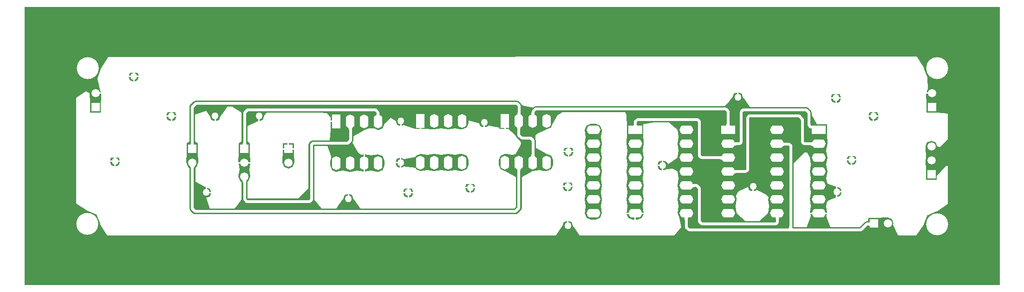
<source format=gbr>
%FSDAX33Y33*%
%MOMM*%
%SFA1B1*%

%IPPOS*%
%AMD1002*
%
%ADD22C,0.499999*%
%ADD24C,1.500000*%
%ADD25R,1.500000X1.500000*%
%ADD26O,1.599999X2.500000*%
%ADD27R,1.599999X2.500000*%
%ADD28O,2.500000X1.599999*%
%ADD29R,2.500000X1.599999*%
%ADD30C,1.270000*%
%ADD31C,4.000000*%
%LNfilm3-1*%
%LPD*%
G36*
X177800Y050800D02*
X000000D01*
Y000000*
X177800*
Y050800*
G37*
%LNfilm3-2*%
%LPC*%
G36*
X138949Y010282D02*
X139700Y009782D01*
X140449Y010282*
X140354Y010287*
X140269Y010302*
X140194Y010327*
X140129Y010362*
X140074Y010407*
X140029Y010462*
X139994Y010527*
X139969Y010602*
X139954Y010687*
X139949Y010782*
X139449*
X139444Y010687*
X139429Y010602*
X139404Y010527*
X139369Y010462*
X139324Y010407*
X139269Y010362*
X139204Y010327*
X139129Y010302*
X139044Y010287*
X138949Y010282*
G37*
G36*
X138905Y025988D02*
X138785Y025990D01*
X138584Y026010*
X138503Y026027*
X138435Y026050*
X138381Y026077*
X138339Y026109*
X138311Y026146*
X138295Y026188*
X138293Y026236*
X138207Y025239*
X138218Y025287*
X138241Y025329*
X138276Y025366*
X138324Y025398*
X138384Y025426*
X138457Y025448*
X138542Y025465*
X138640Y025478*
X138750Y025485*
X138873Y025488*
X138905Y025988*
G37*
G36*
X120904Y011789D02*
X120906Y011885D01*
X120914Y011972*
X120926Y012048*
X120944Y012114*
X120966Y012170*
X120994Y012216*
X121026Y012251*
X121064Y012277*
X121106Y012292*
X121154Y012297*
X120154*
X120202Y012292*
X120244Y012277*
X120282Y012251*
X120314Y012216*
X120341Y012170*
X120364Y012114*
X120381Y012048*
X120394Y011972*
X120401Y011885*
X120404Y011789*
X120904*
G37*
G36*
X153656Y010912D02*
X153744Y010910D01*
X153823Y010904*
X153892Y010893*
X153952Y010878*
X154003Y010859*
X154045Y010836*
X154077Y010809*
X154101Y010777*
X154114Y010742*
X154119Y010702*
Y011622*
X154114Y011582*
X154101Y011546*
X154077Y011515*
X154045Y011488*
X154003Y011464*
X153952Y011446*
X153892Y011431*
X153823Y011420*
X153744Y011414*
X153656Y011412*
Y010912*
G37*
G36*
X128019Y029627D02*
X128017Y029531D01*
X128009Y029446*
X127997Y029370*
X127979Y029305*
X127957Y029249*
X127929Y029204*
X127897Y029169*
X127859Y029144*
X127817Y029129*
X127770Y029124*
X128769*
X128722Y029129*
X128679Y029144*
X128642Y029169*
X128609Y029204*
X128582Y029249*
X128559Y029305*
X128542Y029370*
X128529Y029446*
X128522Y029531*
X128519Y029627*
X128019*
G37*
G36*
X092462Y031625D02*
X092461Y031540D01*
X092444Y031341*
X092434Y031292*
X092421Y031252*
X092407Y031222*
X092390Y031200*
X092370Y031188*
X092349Y031184*
X093075Y031153*
X093054Y031158*
X093034Y031173*
X093017Y031197*
X093003Y031231*
X092990Y031273*
X092980Y031325*
X092972Y031386*
X092963Y031536*
X092962Y031625*
X092462*
G37*
G36*
X039881Y026138D02*
X039879Y026043D01*
X039871Y025957*
X039859Y025882*
X039841Y025816*
X039819Y025761*
X039791Y025716*
X039759Y025681*
X039721Y025656*
X039679Y025640*
X039632Y025635*
X040631*
X040584Y025640*
X040541Y025656*
X040504Y025681*
X040471Y025716*
X040444Y025761*
X040421Y025816*
X040404Y025882*
X040391Y025957*
X040384Y026043*
X040381Y026138*
X039881*
G37*
G36*
X064225Y031536D02*
X064224Y031442D01*
X064213Y031284*
X064203Y031220*
X064191Y031165*
X064176Y031121*
X064159Y031086*
X064139Y031061*
X064116Y031046*
X064090Y031041*
X064860Y031047*
X064834Y031052*
X064811Y031066*
X064791Y031091*
X064773Y031125*
X064759Y031169*
X064747Y031223*
X064737Y031286*
X064730Y031360*
X064725Y031536*
X064225*
G37*
G36*
X111128Y029627D02*
X111126Y029531D01*
X111118Y029446*
X111106Y029370*
X111088Y029305*
X111066Y029249*
X111038Y029204*
X111006Y029169*
X110968Y029144*
X110926Y029129*
X110879Y029124*
X111878*
X111831Y029129*
X111788Y029144*
X111751Y029169*
X111718Y029204*
X111691Y029249*
X111668Y029305*
X111651Y029370*
X111638Y029446*
X111631Y029531*
X111628Y029627*
X111128*
G37*
G36*
X126567Y023000D02*
X126688Y022997D01*
X126893Y022977*
X126976Y022960*
X127046Y022938*
X127103Y022910*
X127148Y022878*
X127180Y022841*
X127199Y022799*
X127206Y022752*
Y023748*
X127199Y023701*
X127180Y023659*
X127148Y023621*
X127103Y023589*
X127046Y023562*
X126976Y023539*
X126893Y023522*
X126797Y023510*
X126688Y023502*
X126567Y023500*
Y023000*
G37*
G36*
X090393Y020686D02*
X090395Y020807D01*
X090415Y021011*
X090432Y021094*
X090455Y021165*
X090482Y021222*
X090514Y021267*
X090551Y021299*
X090593Y021318*
X090641Y021324*
X089644*
X089692Y021318*
X089734Y021299*
X089771Y021267*
X089803Y021222*
X089830Y021165*
X089853Y021094*
X089870Y021011*
X089883Y020915*
X089890Y020807*
X089893Y020686*
X090393*
G37*
G36*
X030873Y021194D02*
X030876Y021264D01*
X030884Y021332*
X030898Y021398*
X030917Y021463*
X030942Y021526*
X030972Y021587*
X031008Y021647*
X031049Y021705*
X031096Y021761*
X031148Y021816*
X030098*
X030150Y021761*
X030197Y021705*
X030238Y021647*
X030274Y021587*
X030304Y021526*
X030329Y021463*
X030348Y021398*
X030362Y021332*
X030370Y021264*
X030373Y021194*
X030873*
G37*
G36*
X040381Y018662D02*
X040384Y018732D01*
X040392Y018800*
X040406Y018866*
X040424Y018931*
X040449Y018995*
X040478Y019057*
X040513Y019118*
X040553Y019177*
X040599Y019235*
X040650Y019291*
X039601Y019261*
X039654Y019208*
X039702Y019153*
X039744Y019097*
X039780Y019038*
X039811Y018977*
X039837Y018915*
X039856Y018851*
X039870Y018785*
X039879Y018717*
X039881Y018647*
X040381Y018662*
G37*
G36*
X059685Y028203D02*
X059688Y028325D01*
X059708Y028532*
X059725Y028617*
X059748Y028689*
X059775Y028748*
X059807Y028795*
X059844Y028829*
X059886Y028851*
X059934Y028860*
X058937Y028802*
X058985Y028799*
X059027Y028782*
X059064Y028753*
X059096Y028710*
X059123Y028655*
X059146Y028586*
X059163Y028504*
X059176Y028410*
X059183Y028302*
X059185Y028182*
X059685Y028203*
G37*
G36*
X143098Y025530D02*
X143219Y025528D01*
X143424Y025508*
X143508Y025491*
X143578Y025468*
X143636Y025441*
X143682Y025409*
X143714Y025372*
X143734Y025330*
X143741Y025282*
X143726Y026279*
X143720Y026231*
X143702Y026189*
X143670Y026152*
X143626Y026120*
X143569Y026093*
X143500Y026070*
X143417Y026053*
X143321Y026040*
X143213Y026033*
X143092Y026030*
X143098Y025530*
G37*
G36*
X129981Y020960D02*
X129859Y020962D01*
X129655Y020982*
X129572Y020999*
X129502Y021022*
X129444Y021049*
X129400Y021081*
X129368Y021119*
X129349Y021161*
X129342Y021208*
Y020212*
X129349Y020259*
X129368Y020301*
X129400Y020338*
X129444Y020370*
X129502Y020398*
X129572Y020420*
X129655Y020437*
X129751Y020450*
X129859Y020457*
X129981Y020460*
Y020960*
G37*
G36*
X137536Y011789D02*
X137539Y011887D01*
X137546Y011974*
X137559Y012052*
X137576Y012119*
X137599Y012176*
X137626Y012222*
X137659Y012259*
X137696Y012285*
X137739Y012301*
X137786Y012307*
X136787Y012292*
X136834Y012288*
X136876Y012273*
X136914Y012248*
X136946Y012213*
X136974Y012168*
X136996Y012113*
X137014Y012047*
X137026Y011971*
X137034Y011885*
X137036Y011789*
X137536*
G37*
G36*
X122364Y018410D02*
X122243Y018413D01*
X122039Y018433*
X121956Y018450*
X121886Y018473*
X121829Y018500*
X121785Y018532*
X121754Y018569*
X121735Y018611*
X121730Y018659*
X121715Y017662*
X121722Y017710*
X121741Y017752*
X121774Y017789*
X121819Y017821*
X121877Y017848*
X121948Y017871*
X122031Y017888*
X122128Y017901*
X122236Y017908*
X122358Y017910*
X122364Y018410*
G37*
G36*
X143294Y028630D02*
X143558Y028619D01*
X143555Y029127*
X143294Y029130*
Y028630*
G37*
G36*
X129981Y026040D02*
X129859Y026042D01*
X129655Y026062*
X129572Y026079*
X129502Y026102*
X129444Y026129*
X129400Y026161*
X129368Y026199*
X129349Y026241*
X129342Y026288*
Y025292*
X129349Y025339*
X129368Y025381*
X129400Y025418*
X129444Y025450*
X129502Y025478*
X129572Y025500*
X129655Y025517*
X129751Y025530*
X129859Y025537*
X129981Y025540*
Y026040*
G37*
G36*
X090393Y028306D02*
X090395Y028427D01*
X090415Y028631*
X090432Y028714*
X090455Y028785*
X090482Y028842*
X090514Y028887*
X090551Y028919*
X090593Y028938*
X090641Y028944*
X089644*
X089692Y028938*
X089734Y028919*
X089771Y028887*
X089803Y028842*
X089830Y028785*
X089853Y028714*
X089870Y028631*
X089883Y028535*
X089890Y028427*
X089893Y028306*
X090393*
G37*
G36*
X089919Y031728D02*
X089917Y031607D01*
X089897Y031404*
X089880Y031323*
X089857Y031254*
X089830Y031198*
X089798Y031155*
X089761Y031124*
X089719Y031107*
X089671Y031103*
X090668Y031059*
X090620Y031067*
X090578Y031088*
X090541Y031122*
X090509Y031168*
X090482Y031227*
X090459Y031299*
X090442Y031383*
X090429Y031480*
X090422Y031589*
X090419Y031711*
X089919Y031728*
G37*
G36*
X092459Y024108D02*
X092457Y023987D01*
X092437Y023784*
X092420Y023703*
X092397Y023634*
X092370Y023578*
X092338Y023535*
X092301Y023504*
X092259Y023487*
X092211Y023483*
X093208Y023439*
X093160Y023447*
X093118Y023468*
X093081Y023502*
X093049Y023548*
X093022Y023607*
X092999Y023679*
X092982Y023763*
X092969Y023860*
X092962Y023969*
X092959Y024091*
X092459Y024108*
G37*
G36*
X030356Y026138D02*
X030354Y026043D01*
X030346Y025957*
X030334Y025882*
X030316Y025816*
X030294Y025761*
X030266Y025716*
X030234Y025681*
X030196Y025656*
X030154Y025640*
X030107Y025635*
X031106*
X031059Y025640*
X031016Y025656*
X030979Y025681*
X030946Y025716*
X030919Y025761*
X030896Y025816*
X030879Y025882*
X030866Y025957*
X030859Y026043*
X030856Y026138*
X030356*
G37*
G36*
X015317Y041660D02*
X013981Y039659D01*
X013996Y039624*
X013926Y039453*
X013312Y037707*
X013386Y037244*
X013876Y035447*
X013988Y035179*
X012954*
Y034925*
X014035*
X013990Y033931*
X013957Y033204*
Y032216*
Y031507*
X011949*
Y032216*
Y033204*
X011867Y035051*
X011208Y035429*
X009398Y034182*
Y014938*
X011397Y013602*
X011430Y013615*
X011552Y013564*
X013155Y012901*
X013869Y011176*
X013803Y011016*
X015140Y009017*
X096864*
X097947Y010578*
X098097Y010795*
X098379Y011475*
X098933Y011704*
Y010795*
X099187*
Y011704*
X099740Y011475*
X100022Y010794*
X100172Y010578*
X101255Y009017*
X118473*
X119795Y010579*
X119436Y012266*
X119397Y012283*
X119063Y013090*
X119260Y014360*
X119063Y015630*
X119260Y016900*
X119063Y018170*
X119260Y019440*
X119260Y019440*
X119260Y019440*
X119249Y019369*
X119236Y019596*
X119063Y020710*
X118408Y021192*
X118148Y021265*
X117066Y021168*
X116459Y020931*
Y021844*
Y022753*
X117012Y022524*
X117424Y022112*
X119005Y023210*
X119085Y023394*
X119260Y024520*
X119063Y025790*
X119260Y027060*
X119063Y028330*
X117458Y029680*
X114725*
X112847Y029384*
Y029246*
Y028659*
Y027637*
X112934Y025790*
X112737Y024520*
X112934Y023250*
X112737Y021980*
X112934Y020710*
X112737Y019440*
X112934Y018170*
X112737Y016900*
X112934Y015630*
X112737Y014360*
X112837Y013716*
X112914Y013217*
X109772*
X109817Y013503*
X109950Y014360*
X109752Y015630*
X109950Y016900*
X109752Y018170*
X109950Y019440*
X109752Y020710*
X109950Y021980*
X109752Y023250*
X109950Y024520*
X109752Y025790*
X109839Y027637*
X109839Y028494*
Y029384*
X109839*
X109807Y030676*
X109796Y031087*
X109485Y031585*
X107431*
X106614*
X101114*
X098063*
X097124Y030965*
X096973Y030676*
X096264Y029322*
X096029Y028756*
X095223Y028422*
X093625Y027694*
X093206Y027352*
X093205Y027346*
X093189Y026574*
X093255Y026416*
Y025102*
X094748Y024253*
X095223Y023983*
Y023983*
X095689Y023790*
X096029Y023649*
X096363Y022843*
Y022265*
Y021942*
X096029Y021136*
X095223Y020802*
Y020802*
X094809Y020866*
X093953Y020999*
X092683Y020802*
X090688Y019710*
Y014439*
Y014069*
X090528Y013684*
X089920Y013076*
X089535Y012916*
X089148*
X052503*
X052330*
X040187*
X040014*
X031648*
X031390*
X031114*
X030729Y013076*
X030237Y013567*
X030078Y013953*
X030078*
X030078Y014216*
X030078*
X030078Y014486*
Y020982*
Y021344*
X030070Y021370*
X029855Y021583*
X029536Y022352*
X029619Y024199*
X029619Y024824*
X029619Y025895*
X030061Y026221*
Y026371*
Y032123*
Y032512*
X030221Y032897*
X030856Y033532*
X031241Y033692*
X031648*
X089668*
X089789*
X090174Y033532*
X090555Y033151*
X090643Y032940*
X090957Y032767*
X091281Y032662*
X092715Y032400*
X092832Y032516*
X093217Y032676*
X093721*
X096086*
X096446*
X097609*
X099587*
X108051*
X108792*
X110473*
X111064*
X111530*
X122911*
X127687*
X128514Y033520*
X128931Y034082*
X129081Y034283*
X129094Y034310*
X129367Y034970*
X129921Y035199*
Y034290*
X130175*
Y035199*
X130728Y034970*
X131010Y034290*
X131163Y034080*
X132281Y032549*
X141983*
X142200*
X142494*
X142879Y032389*
X143387Y031881*
X143547Y031496*
Y031050*
X144509Y029384*
X144787*
X146306*
Y028659*
Y027637*
X146393Y025790*
X146196Y024520*
X146393Y023250*
X146196Y021980*
X146393Y020710*
X146196Y019440*
X146304Y018740*
X146630Y018431*
X147556Y018143*
X147955Y018019*
Y017018*
Y016001*
X147795Y015934*
X147538Y015825*
X146498Y015384*
X146326Y015203*
X146196Y014360*
X146373Y013217*
X143231*
X143408Y014360*
X143211Y015630*
X143408Y016900*
X143211Y018170*
X143408Y019440*
X143211Y020710*
X143408Y021980*
X143211Y023250*
X142702Y024203*
X142194Y024210*
X140245Y022298*
Y010773*
Y010657*
X140280Y010613*
X140324Y010578*
X142637*
X143423Y012578*
X143264Y012963*
X146340*
X146181Y012578*
X146967Y010578*
X152143*
X152301*
X152551Y010829*
X153270Y011548*
X153656Y011707*
X153792*
X153859Y012280*
X154617*
X155555*
X156943Y012342*
X157403Y012362*
X157403*
X158171Y012044*
X158490Y011276*
X158382Y011016*
X159294Y009017*
X162607*
X163943Y011016*
X163930Y011049*
X164644Y012774*
X164767Y012824*
X166247Y013437*
X166370Y013488*
X166400Y013476*
X168400Y014812*
Y021783*
X167982Y021792*
X166364Y019905*
X166357Y019828*
Y019188*
X164349*
Y019897*
Y020885*
X164267Y022733*
X164342Y023214*
X164359Y023325*
X164278Y025200*
X164267Y025273*
X164585Y026041*
X165353Y026359*
X166122Y026041*
X166440Y025273*
X166903Y025216*
X168400Y026543*
Y031303*
X166484Y031507*
X166400*
X164476*
Y032216*
Y033204*
X164399Y034925*
X165481*
Y035179*
X164446*
X164712Y035820*
X164645Y037886*
X164624Y037948*
X163930Y039624*
X163994Y039779*
X162657Y041778*
X015317Y041660*
G37*
G36*
X132715Y017124D02*
X132161Y017353D01*
X131961Y017835*
X131816Y017883*
X130172Y017131*
X130066Y017015*
X129758Y016320*
X129865Y015630*
X129668Y014360*
X129865Y013090*
X131463Y011721*
X133993*
X135591Y013090*
X135788Y014360*
X135591Y015630*
X135651Y016019*
X135290Y016508*
X133522Y017353*
X132969Y017124*
Y018034*
X132715*
Y017124*
G37*
G36*
X037030Y032601D02*
X035912Y031070D01*
X035759Y030861*
X035477Y030180*
X034923Y029951*
Y030861*
X034669*
Y029951*
X034116Y030180*
X034116*
X033834Y030860*
X033681Y031070*
X033152Y031795*
X031152Y031142*
Y026374*
Y026213*
X031627Y025895*
Y024920*
Y024199*
X031710Y022352*
X031392Y021583*
X031176Y021370*
X031169Y021344*
Y020998*
Y018887*
X032890Y017987*
X033020Y017919*
Y016891*
X033147*
Y016764*
X034056*
X033827Y016210*
X033147Y015928*
X033788Y014007*
X038254*
X038537Y014240*
X039586Y015621*
Y015791*
Y018430*
Y018795*
X039580Y018815*
X039341Y019043*
X039023Y019812*
X039220Y021082*
X039043Y022224*
X040110*
X041177*
X040999Y021082*
X041197Y019812*
X040878Y019043*
X040687Y018847*
X040685Y018844*
X040677Y018815*
Y018470*
Y016124*
Y015846*
X040712Y015811*
X040957*
X049880*
X051778Y017716*
Y025615*
X051938Y026000*
X052231Y026293*
X052616Y026453*
X055668*
X055806Y028396*
Y028453*
Y029458*
Y029773*
X056860*
Y030027*
X055806*
Y030549*
X055141Y031422*
X053829Y031458*
X044178*
X043759Y030861*
X043477Y030180*
X042923Y029951*
Y030861*
X042669*
Y029944*
X040677Y029006*
Y026221*
X041114Y025895*
Y024822*
Y024199*
X041191Y022478*
X040110*
X039029*
X039106Y024199*
Y024866*
Y025895*
X039586Y026212*
Y026407*
Y031097*
Y031496*
X037879Y032601*
X037030*
G37*
G36*
X065621Y029450D02*
X065287Y028643D01*
X064480Y028309*
X064014Y028502*
X064014*
X063674Y028643*
X062747*
X062525Y028551*
X061940Y028309*
X059981Y027182*
Y026416*
X059821Y026030*
X060791Y024249*
X061396Y023786*
X061813Y023851*
Y022280*
Y020708*
X060670Y020886*
X059400Y020689*
X058130Y020886*
X057487Y020786*
X056860Y020689*
X056860*
X056241Y020945*
X056054Y021023*
X055720Y021830*
Y022730*
Y022730*
X055895Y023154*
X055915Y023549*
X055266Y025362*
X055266Y025362*
X053119*
X052869*
Y025115*
Y015766*
Y015559*
X054033Y014155*
X054226Y014007*
X056821*
X057939Y015538*
X058092Y015748*
X058374Y016428*
X058928Y016657*
Y015748*
X059182*
Y016657*
X059735Y016428*
X060017Y015748*
X060170Y015538*
X061288Y014007*
X089013*
X089309*
X089597Y014295*
Y014595*
Y019710*
X088080Y020540*
X087603Y020802*
X087602*
X087136Y020995*
X086796Y021136*
X086462Y021942*
Y022520*
Y022843*
X086796Y023649*
X087602Y023983*
X087603Y023983*
X088016Y023919*
X088873Y023786*
X089513Y023886*
X090455Y025585*
X090522Y025929*
X090395Y026368*
X090292Y026411*
X089757Y026946*
X089750Y026962*
X089339Y027543*
X088161Y028508*
X087730*
Y030012*
X087476*
Y028508*
X087438*
X086549*
Y028757*
X086006Y028865*
X085159Y029033*
X084586Y029147*
X084500Y029037*
X083947Y028808*
Y029718*
X083693*
Y028808*
X083139Y029037*
X082939Y029520*
X081009Y030085*
X080972Y029876*
Y029562*
X080638Y028756*
X080638*
X079831Y028422*
Y028422*
X079418Y028486*
X078561Y028619*
X077291Y028422*
X076021Y028619*
X074751Y028422*
X072903Y028508*
X072338*
Y030012*
X072084*
Y028508*
X072047*
X071157*
X069440Y029100*
X069157Y029197*
X068757Y029032*
Y029941*
X068503*
Y029032*
X067950Y029261*
X067668Y029941*
Y029941*
X066777Y030577*
X065621Y029450*
G37*
%LNfilm3-3*%
%LPD*%
G36*
X149887Y022733D02*
X150669D01*
Y021951*
X150116Y022180*
X149887Y022733*
G37*
G36*
X116205Y022753D02*
Y021971D01*
X115422*
X115651Y022524*
X116205Y022753*
G37*
G36*
X015600Y022479D02*
X016383D01*
Y021696*
X015829Y021925*
X015600Y022479*
G37*
G36*
X150923Y022733D02*
X151706D01*
X151477Y022180*
X150923Y021951*
Y022733*
G37*
G36*
X017190Y023286D02*
X017419Y022733D01*
X016637*
Y023286*
X017190*
G37*
G36*
X150669Y023541D02*
Y022987D01*
X149887*
X150116Y023541*
X150669*
G37*
G36*
X099314Y024257D02*
X100096D01*
X099867Y023703*
X099314Y023474*
Y024257*
G37*
G36*
X016383Y023286D02*
Y022733D01*
X015600*
X015829Y023286*
X016383Y023286*
G37*
G36*
X151477Y023541D02*
X151706Y022987D01*
X150923*
Y023541*
X151477*
G37*
G36*
X016637Y022479D02*
X017419D01*
X017190Y021925*
X016637Y021696*
Y022479*
G37*
G36*
X148209Y016891D02*
X148991D01*
X148762Y016337*
X148209Y016108*
Y016891*
G37*
G36*
X099187Y017907D02*
X099969D01*
X099740Y017353*
X099187Y017124*
Y017907*
G37*
G36*
X111470Y012963D02*
X112882D01*
X112741Y012624*
X112600Y012283*
X111793Y011949*
X111470*
Y012963*
G37*
G36*
X109805D02*
X111216D01*
Y011949*
X111216*
X110893*
X110087Y012283*
X109805Y012963*
G37*
G36*
X098150Y017907D02*
X098933D01*
Y017124*
X098379Y017353*
X098150Y017907*
G37*
G36*
X098933Y018714D02*
Y018161D01*
X098150*
X098379Y018714*
X098933Y018714*
G37*
G36*
X115422Y021717D02*
X116205D01*
Y020934*
X115651Y021163*
X115422Y021717*
G37*
G36*
X148209Y017927D02*
X148762Y017698D01*
X148991Y017145*
X148209*
Y017927*
G37*
G36*
X099740Y018714D02*
X099969Y018161D01*
X099187*
Y018714*
X099740*
G37*
G36*
X098277Y024257D02*
X099060D01*
Y023474*
X098506Y023703*
X098277Y024257*
G37*
G36*
X147045Y034036D02*
X147828D01*
Y033253*
X147274Y033482*
X147045Y034036*
G37*
G36*
X148635Y034843D02*
X148864Y034290D01*
X148082*
Y034843*
X148635*
G37*
G36*
X026670Y031541D02*
Y030988D01*
X025887*
X026116Y031541*
X026670Y031541*
G37*
G36*
X148082Y034036D02*
X148864D01*
X148635Y033482*
X148082Y033253*
Y034036*
G37*
G36*
X147828Y034843D02*
Y034290D01*
X147045*
X147274Y034843*
X147828Y034843*
G37*
G36*
X020619Y038780D02*
X020848Y038227D01*
X020066*
Y038780*
X020619*
G37*
G36*
X019812D02*
Y038227D01*
X019029*
X019258Y038780*
X019812Y038780*
G37*
G36*
X020066Y037973D02*
X020848D01*
X020619Y037419*
X020066Y037190*
Y037973*
G37*
G36*
X019029D02*
X019812D01*
Y037190*
X019258Y037419*
X019029Y037973*
G37*
G36*
X027477Y031541D02*
X027706Y030988D01*
X026924*
Y031541*
X027477*
G37*
G36*
X103273Y029471D02*
X103723D01*
X104173*
X104980Y029136*
X105314Y028330*
X105250Y027917*
X105117Y027060*
X105314Y025790*
X105117Y024520*
X105314Y023250*
X105117Y021980*
X105314Y020710*
X105117Y019440*
X105314Y018170*
X105117Y016900*
X105314Y015630*
X105117Y014360*
X105217Y013716*
X105314Y013090*
X105121Y012624*
X104980Y012283*
X104173Y011949*
X103596*
X103273*
X102467Y012283*
X102132Y013090*
X102132Y013090*
X102197Y013503*
X102330Y014360*
X102132Y015630*
X102330Y016900*
X102132Y018170*
X102330Y019440*
X102132Y020710*
X102330Y021980*
X102132Y023250*
X102330Y024520*
X102132Y025790*
X102330Y027060*
X102230Y027703*
X102132Y028330*
X102132*
X102326Y028796*
X102467Y029136*
X103273Y029471*
G37*
G36*
X154923Y030734D02*
X155706D01*
X155477Y030180*
X154923Y029951*
Y030734*
G37*
G36*
X099867Y025064D02*
X100096Y024511D01*
X099314*
Y025064*
X099867*
G37*
G36*
X099060D02*
Y024511D01*
X098277*
X098506Y025064*
X099060Y025064*
G37*
G36*
X026924Y030734D02*
X027706D01*
X027477Y030180*
X026924Y029951*
Y030734*
G37*
G36*
X155477Y031541D02*
X155706Y030988D01*
X154923*
Y031541*
X155477*
G37*
G36*
X154669D02*
Y030988D01*
X153887*
X154116Y031541*
X154669Y031541*
G37*
G36*
X153887Y030734D02*
X154669D01*
Y029951*
X154116Y030180*
X153887Y030734*
G37*
G36*
X025887D02*
X026670D01*
Y029951*
X026116Y030180*
X025887Y030734*
G37*
G36*
X047126Y024764D02*
X048130D01*
X049134*
Y024199*
X049166Y023472*
X049196Y022812*
X049217Y022351*
X048898Y021583*
X048130Y021265*
X047361Y021583*
X047043Y022351*
X047064Y022812*
X047126Y024199*
Y024764*
G37*
G36*
X033274Y017800D02*
X033827Y017571D01*
X034056Y017018*
X033274*
Y017800*
G37*
G36*
X047126Y025895D02*
X048003D01*
Y025018*
X047126*
Y025187*
Y025895*
G37*
G36*
X048257D02*
X049134D01*
Y025187*
Y025018*
X048257*
Y025895*
G37*
G36*
X080370Y017653D02*
X081153D01*
Y016870*
X080599Y017099*
X080370Y017653*
G37*
G36*
X070657Y017571D02*
X070886Y017018D01*
X070104*
Y017571*
X070657*
G37*
G36*
X069850D02*
Y017018D01*
X069067*
X069296Y017571*
X069850Y017571*
G37*
G36*
X070104Y016764D02*
X070886D01*
X070657Y016210*
X070104Y015981*
Y016764*
G37*
G36*
X069067D02*
X069850D01*
Y015981*
X069296Y016210*
X069067Y016764*
G37*
G36*
X081407Y017653D02*
X082189D01*
X081960Y017099*
X081407Y016870*
Y017653*
G37*
G36*
X079831Y023983D02*
Y023983D01*
X080297Y023790*
X080638Y023649*
X080972Y022843*
Y022265*
Y021942*
X080638Y021136*
X080638*
X079831Y020802*
Y020802*
X079418Y020866*
X078561Y020999*
X077291Y020802*
X076021Y020999*
X074751Y020802*
X073481Y020999*
X072211Y020802*
X071404Y021136*
X071404*
X071304Y021379*
X069727Y021604*
X069316Y021663*
X069194Y021644*
X068707Y021442*
Y022352*
Y023261*
X069165Y023071*
X069358Y023048*
X069701Y023104*
X071287Y023365*
X071404Y023649*
X071404*
X072211Y023983*
X073481Y023786*
X074751Y023983*
X076021Y023786*
X077291Y023983*
X078561Y023786*
X079418Y023919*
X079831Y023983*
G37*
G36*
X067670Y022225D02*
X068453D01*
Y021442*
X067899Y021671*
X067670Y022225*
G37*
G36*
X068453Y023261D02*
Y022479D01*
X067670*
X067899Y023032*
X068453Y023261*
G37*
G36*
X081960Y018460D02*
X082189Y017907D01*
X081407*
Y018460*
X081960*
G37*
G36*
X081153D02*
Y017907D01*
X080370*
X080599Y018460*
X081153Y018460*
G37*
G36*
X064480Y023870D02*
Y023870D01*
X064947Y023677*
X065287Y023536*
X065287*
X065621Y022730*
Y022152*
Y021830*
X065287Y021023*
Y021023*
X065287*
X064480Y020689*
X064067Y020753*
X063210Y020886*
X062067Y020708*
Y022280*
Y023851*
X063210Y023673*
X063854Y023773*
X064480Y023870*
G37*
%LNfilm3-4*%
%LPC*%
G54D22*
X154863Y011276D02*
X154749Y011162D01*
X153656D01*
X152527Y010033D01*
X139700D01*
X144802Y025790D02*
X144793Y025781D01*
X144802Y028330D02*
X144252Y028880D01*
X144793Y025781D02*
X142151D01*
X144252Y028880D02*
X143294D01*
X143002Y029173D01*
Y031496D01*
X142494Y032004D01*
X131063D01*
X142151Y025781D02*
X141859Y026073D01*
Y030226D01*
X141224Y030861D01*
X132118D01*
X139700Y010033D02*
Y025445D01*
Y010033D02*
X121158D01*
X139700Y025445D02*
X139407Y025738D01*
X137234D01*
X137287Y011468D02*
Y012985D01*
Y011468D02*
X136994Y011176D01*
X137287Y012985D02*
X137182Y013090D01*
X137234Y025738D02*
X137182Y025790D01*
X136994Y011176D02*
X123444D01*
X132118Y030861D02*
X131826Y030568D01*
Y021003D02*
Y030568D01*
Y021003D02*
X131533Y020710D01*
X128274D01*
X131063Y032004D02*
X130683Y031623D01*
Y026083D02*
Y031623D01*
Y026083D02*
X130390Y025790D01*
X128274D01*
Y023250D02*
X123434D01*
X128274Y028330D02*
X128270Y028334D01*
Y031750D01*
X127889Y032131D01*
X093217D01*
X123444Y011176D02*
X123063Y011557D01*
X123434Y023250D02*
X123063Y023622D01*
Y011557D02*
Y017653D01*
X122555Y018161D01*
X123063Y023622D02*
Y029845D01*
X122682Y030226D01*
X111760D01*
X122555Y018161D02*
X120663D01*
X121158Y010033D02*
X120654Y010536D01*
X120663Y018161D02*
X120654Y018170D01*
Y010536D02*
Y013090D01*
X111760Y030226D02*
X111379Y029845D01*
Y028365D02*
Y029845D01*
Y028365D02*
X111343Y028330D01*
X093217Y032131D02*
X092712Y031625D01*
Y030042D02*
Y031625D01*
Y030042D02*
X092683Y030012D01*
X092710Y022419D02*
Y026416D01*
Y022419D02*
X092683Y022392D01*
X092710Y026416D02*
X092329Y026797D01*
X090678D01*
X090143Y027331D01*
X090170Y030039D02*
Y032766D01*
Y030039D02*
X090143Y030012D01*
X090170Y032766D02*
X089789Y033147D01*
X090143Y014070D02*
Y022392D01*
Y014070D02*
X089535Y013462D01*
X090143Y027331D02*
Y030012D01*
X089789Y033147D02*
X031242D01*
X089535Y013462D02*
X031115D01*
X064480Y029900D02*
X064475Y029905D01*
Y031536D01*
X064008Y032004D01*
X040640D01*
X059436Y026416D02*
Y029864D01*
Y026416D02*
X058928Y025908D01*
X059436Y029864D02*
X059400Y029900D01*
X058928Y025908D02*
X052616D01*
X052324Y025615D01*
Y015559D02*
Y025615D01*
Y015559D02*
X052031Y015266D01*
X040486D01*
X040640Y032004D02*
X040132Y031496D01*
X040486Y015266D02*
X040132Y015621D01*
Y019790D01*
X040110Y019812D01*
X040132Y024913D02*
Y031496D01*
Y024913D02*
X040110Y024892D01*
X040098Y024903D01*
X031242Y033147D02*
X030607Y032512D01*
X031115Y013462D02*
X030623Y013953D01*
Y022352D01*
Y024892D02*
X030607Y024908D01*
Y032512D01*
G54D25*
X165481Y032512D03*
G54D24*
X165481Y035052D03*
G54D25*
X165354Y020193D03*
G54D24*
X165354Y022733D03*
Y025273D03*
X157403Y011276D03*
G54D25*
X154863Y011276D03*
G54D28*
X144802Y013090D03*
Y015630D03*
Y018170D03*
Y020710D03*
Y023250D03*
Y025790D03*
G54D29*
X144802Y028330D03*
G54D28*
X137182Y013090D03*
Y015630D03*
Y018170D03*
Y020710D03*
Y023250D03*
Y025790D03*
Y028330D03*
X128274Y013090D03*
Y015630D03*
Y018170D03*
Y020710D03*
Y023250D03*
Y025790D03*
G54D29*
X128274Y028330D03*
G54D28*
X120654Y013090D03*
Y015630D03*
Y018170D03*
Y020710D03*
Y023250D03*
Y025790D03*
Y028330D03*
X111343Y013090D03*
Y015630D03*
Y018170D03*
Y020710D03*
Y023250D03*
Y025790D03*
G54D29*
X111343Y028330D03*
G54D28*
X103723Y013090D03*
Y015630D03*
Y018170D03*
Y020710D03*
Y023250D03*
Y025790D03*
Y028330D03*
G54D26*
X095223Y022392D03*
Y030012D03*
X092683Y022392D03*
Y030012D03*
X090143Y022392D03*
Y030012D03*
X087603Y022392D03*
G54D27*
X087603Y030012D03*
G54D26*
X079831Y022392D03*
Y030012D03*
X077291Y022392D03*
Y030012D03*
X074751Y022392D03*
Y030012D03*
X072211Y022392D03*
G54D27*
X072211Y030012D03*
G54D26*
X064480Y022280D03*
Y029900D03*
X061940Y022280D03*
Y029900D03*
X059400Y022280D03*
Y029900D03*
X056860Y022280D03*
G54D27*
X056860Y029900D03*
G54D24*
X048130Y022352D03*
G54D25*
X048130Y024892D03*
G54D24*
X040110Y019812D03*
Y022352D03*
G54D25*
X040110Y024892D03*
G54D24*
X030623Y022352D03*
G54D25*
X030623Y024892D03*
X012954Y032512D03*
G54D24*
X012954Y035052D03*
G54D31*
X166370Y011049D03*
Y039624D03*
G54D30*
X154796Y030861D03*
X150796Y022860D03*
X148082Y017018D03*
X147955Y034163D03*
X132842Y018034D03*
X130048Y034290D03*
X116332Y021844D03*
X099187Y024384D03*
X099060Y010795D03*
Y018034D03*
X083820Y029718D03*
X081280Y017780D03*
X069977Y016891D03*
X068630Y029941D03*
X068580Y022352D03*
X059055Y015748D03*
X042796Y030861D03*
X034796D03*
X033147Y016891D03*
X026797Y030861D03*
X019939Y038100D03*
X016510Y022606D03*
G54D31*
X011557Y039624D03*
X011430Y011176D03*
M02*
</source>
